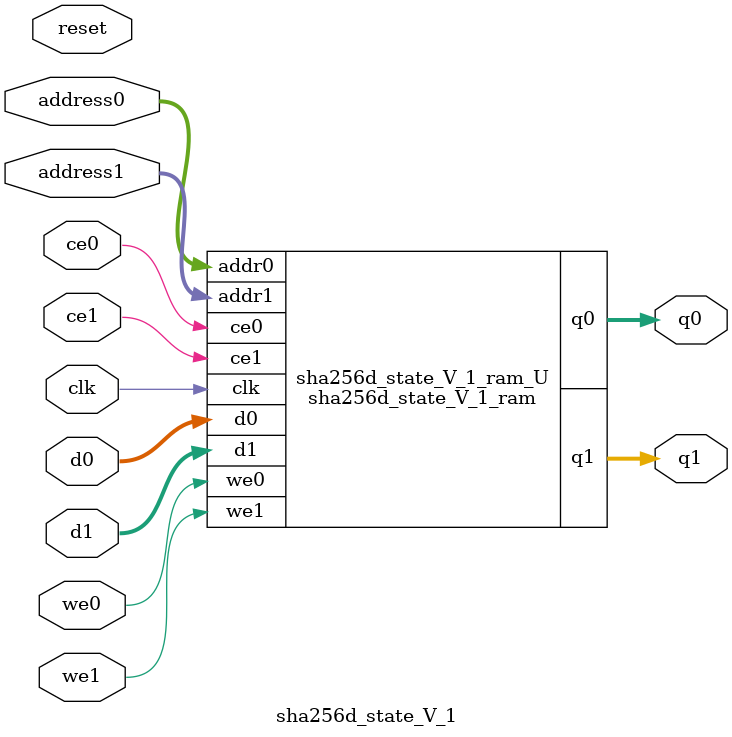
<source format=v>
`timescale 1 ns / 1 ps
module sha256d_state_V_1_ram (addr0, ce0, d0, we0, q0, addr1, ce1, d1, we1, q1,  clk);

parameter DWIDTH = 32;
parameter AWIDTH = 3;
parameter MEM_SIZE = 8;

input[AWIDTH-1:0] addr0;
input ce0;
input[DWIDTH-1:0] d0;
input we0;
output reg[DWIDTH-1:0] q0;
input[AWIDTH-1:0] addr1;
input ce1;
input[DWIDTH-1:0] d1;
input we1;
output reg[DWIDTH-1:0] q1;
input clk;

(* ram_style = "block" *)reg [DWIDTH-1:0] ram[0:MEM_SIZE-1];




always @(posedge clk)  
begin 
    if (ce0) begin
        if (we0) 
            ram[addr0] <= d0; 
        q0 <= ram[addr0];
    end
end


always @(posedge clk)  
begin 
    if (ce1) begin
        if (we1) 
            ram[addr1] <= d1; 
        q1 <= ram[addr1];
    end
end


endmodule

`timescale 1 ns / 1 ps
module sha256d_state_V_1(
    reset,
    clk,
    address0,
    ce0,
    we0,
    d0,
    q0,
    address1,
    ce1,
    we1,
    d1,
    q1);

parameter DataWidth = 32'd32;
parameter AddressRange = 32'd8;
parameter AddressWidth = 32'd3;
input reset;
input clk;
input[AddressWidth - 1:0] address0;
input ce0;
input we0;
input[DataWidth - 1:0] d0;
output[DataWidth - 1:0] q0;
input[AddressWidth - 1:0] address1;
input ce1;
input we1;
input[DataWidth - 1:0] d1;
output[DataWidth - 1:0] q1;



sha256d_state_V_1_ram sha256d_state_V_1_ram_U(
    .clk( clk ),
    .addr0( address0 ),
    .ce0( ce0 ),
    .we0( we0 ),
    .d0( d0 ),
    .q0( q0 ),
    .addr1( address1 ),
    .ce1( ce1 ),
    .we1( we1 ),
    .d1( d1 ),
    .q1( q1 ));

endmodule


</source>
